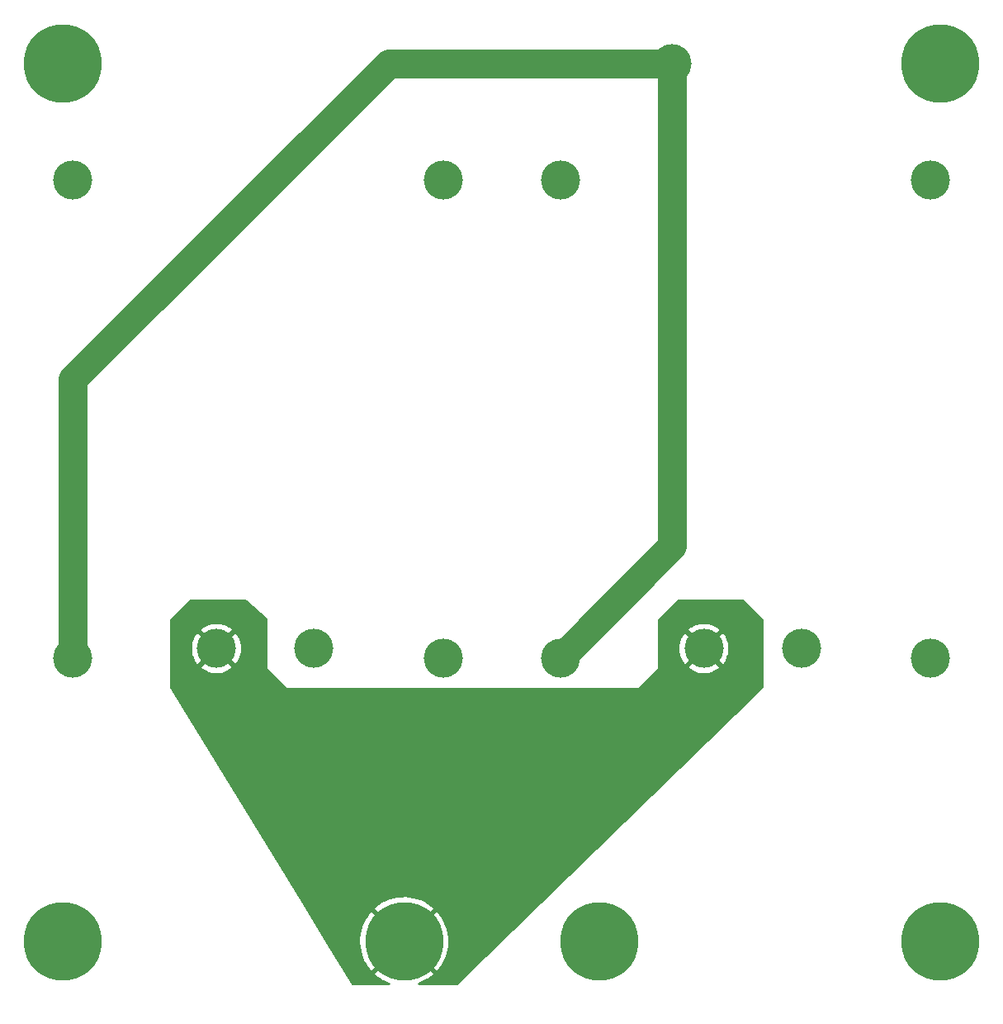
<source format=gbr>
%TF.GenerationSoftware,KiCad,Pcbnew,(6.0.7)*%
%TF.CreationDate,2022-10-27T22:38:12-07:00*%
%TF.ProjectId,3s25ABMS,33733235-4142-44d5-932e-6b696361645f,1.0*%
%TF.SameCoordinates,Original*%
%TF.FileFunction,Copper,L4,Bot*%
%TF.FilePolarity,Positive*%
%FSLAX46Y46*%
G04 Gerber Fmt 4.6, Leading zero omitted, Abs format (unit mm)*
G04 Created by KiCad (PCBNEW (6.0.7)) date 2022-10-27 22:38:12*
%MOMM*%
%LPD*%
G01*
G04 APERTURE LIST*
%TA.AperFunction,ComponentPad*%
%ADD10C,4.000000*%
%TD*%
%TA.AperFunction,ComponentPad*%
%ADD11C,0.900000*%
%TD*%
%TA.AperFunction,ComponentPad*%
%ADD12C,8.000000*%
%TD*%
%TA.AperFunction,ViaPad*%
%ADD13C,4.000000*%
%TD*%
%TA.AperFunction,Conductor*%
%ADD14C,3.000000*%
%TD*%
G04 APERTURE END LIST*
D10*
%TO.P,U2,6,P-*%
%TO.N,Net-(H6-Pad1)*%
X120750000Y-115000000D03*
%TO.P,U2,5,P+*%
%TO.N,Net-(F4-Pad1)*%
X130750000Y-115000000D03*
%TO.P,U2,4,B2*%
%TO.N,B2*%
X144000000Y-67000000D03*
%TO.P,U2,3,B-*%
%TO.N,B-*%
X106000000Y-67000000D03*
%TO.P,U2,2,B1*%
%TO.N,B1*%
X106000000Y-116000000D03*
%TO.P,U2,1,B+*%
%TO.N,B+*%
X144000000Y-116000000D03*
%TD*%
D11*
%TO.P,H1,1,1*%
%TO.N,B+*%
X58000000Y-145000000D03*
X52000000Y-145000000D03*
X57121320Y-142878680D03*
D12*
X55000000Y-145000000D03*
D11*
X55000000Y-142000000D03*
X52878680Y-142878680D03*
X55000000Y-148000000D03*
X57121320Y-147121320D03*
X52878680Y-147121320D03*
%TD*%
%TO.P,H2,1,1*%
%TO.N,Net-(F2-Pad2)*%
X57121320Y-52878680D03*
X55000000Y-52000000D03*
X52878680Y-57121320D03*
X58000000Y-55000000D03*
X52000000Y-55000000D03*
X57121320Y-57121320D03*
X55000000Y-58000000D03*
D12*
X55000000Y-55000000D03*
D11*
X52878680Y-52878680D03*
%TD*%
D12*
%TO.P,H5,1,1*%
%TO.N,Net-(F3-Pad2)*%
X110000000Y-145000000D03*
D11*
X107878680Y-142878680D03*
X107000000Y-145000000D03*
X113000000Y-145000000D03*
X110000000Y-148000000D03*
X107878680Y-147121320D03*
X112121320Y-142878680D03*
X110000000Y-142000000D03*
X112121320Y-147121320D03*
%TD*%
%TO.P,H6,1,1*%
%TO.N,Net-(H6-Pad1)*%
X87878680Y-142878680D03*
D12*
X90000000Y-145000000D03*
D11*
X90000000Y-148000000D03*
X92121320Y-142878680D03*
X90000000Y-142000000D03*
X87878680Y-147121320D03*
X93000000Y-145000000D03*
X87000000Y-145000000D03*
X92121320Y-147121320D03*
%TD*%
%TO.P,H4,1,1*%
%TO.N,B-*%
X142878680Y-142878680D03*
D12*
X145000000Y-145000000D03*
D11*
X145000000Y-142000000D03*
X147121320Y-147121320D03*
X147121320Y-142878680D03*
X145000000Y-148000000D03*
X142000000Y-145000000D03*
X148000000Y-145000000D03*
X142878680Y-147121320D03*
%TD*%
%TO.P,H3,1,1*%
%TO.N,Net-(F1-Pad2)*%
X145000000Y-58000000D03*
X147121320Y-52878680D03*
X142878680Y-57121320D03*
X142000000Y-55000000D03*
D12*
X145000000Y-55000000D03*
D11*
X147121320Y-57121320D03*
X145000000Y-52000000D03*
X142878680Y-52878680D03*
X148000000Y-55000000D03*
%TD*%
D10*
%TO.P,U1,1,B+*%
%TO.N,B+*%
X94000000Y-116000000D03*
%TO.P,U1,2,B1*%
%TO.N,B1*%
X56000000Y-116000000D03*
%TO.P,U1,3,B-*%
%TO.N,B-*%
X56000000Y-67000000D03*
%TO.P,U1,4,B2*%
%TO.N,B2*%
X94000000Y-67000000D03*
%TO.P,U1,5,P+*%
%TO.N,Net-(F3-Pad1)*%
X80750000Y-115000000D03*
%TO.P,U1,6,P-*%
%TO.N,Net-(H6-Pad1)*%
X70750000Y-115000000D03*
%TD*%
D13*
%TO.N,B1*%
X117500000Y-55000000D03*
%TD*%
D14*
%TO.N,B1*%
X56000000Y-87400000D02*
X56000000Y-116000000D01*
X117500000Y-55000000D02*
X88400000Y-55000000D01*
X88400000Y-55000000D02*
X56000000Y-87400000D01*
X117500000Y-104500000D02*
X117500000Y-55000000D01*
X106000000Y-116000000D02*
X117500000Y-104500000D01*
%TD*%
%TA.AperFunction,Conductor*%
%TO.N,Net-(H6-Pad1)*%
G36*
X73819409Y-110020002D02*
G01*
X73836044Y-110032767D01*
X73843014Y-110039103D01*
X75958757Y-111962506D01*
X75995707Y-112023129D01*
X76000000Y-112055738D01*
X76000000Y-117000000D01*
X78000000Y-119000000D01*
X114000000Y-119000000D01*
X116000000Y-117000000D01*
X116000000Y-116945987D01*
X119168721Y-116945987D01*
X119177548Y-116957605D01*
X119400281Y-117119430D01*
X119406961Y-117123670D01*
X119676572Y-117271890D01*
X119683707Y-117275247D01*
X119969770Y-117388508D01*
X119977296Y-117390953D01*
X120275279Y-117467462D01*
X120283050Y-117468945D01*
X120588278Y-117507503D01*
X120596169Y-117508000D01*
X120903831Y-117508000D01*
X120911722Y-117507503D01*
X121216950Y-117468945D01*
X121224721Y-117467462D01*
X121522704Y-117390953D01*
X121530230Y-117388508D01*
X121816293Y-117275247D01*
X121823428Y-117271890D01*
X122093039Y-117123670D01*
X122099719Y-117119430D01*
X122322823Y-116957336D01*
X122331246Y-116946413D01*
X122324342Y-116933552D01*
X120762812Y-115372022D01*
X120748868Y-115364408D01*
X120747035Y-115364539D01*
X120740420Y-115368790D01*
X119175334Y-116933876D01*
X119168721Y-116945987D01*
X116000000Y-116945987D01*
X116000000Y-115003958D01*
X118237290Y-115003958D01*
X118256607Y-115310994D01*
X118257600Y-115318855D01*
X118315246Y-115621046D01*
X118317217Y-115628723D01*
X118412284Y-115921309D01*
X118415199Y-115928672D01*
X118546189Y-116207041D01*
X118550001Y-116213974D01*
X118714851Y-116473736D01*
X118719495Y-116480129D01*
X118794497Y-116570790D01*
X118807014Y-116579245D01*
X118817752Y-116573038D01*
X120377978Y-115012812D01*
X120384356Y-115001132D01*
X121114408Y-115001132D01*
X121114539Y-115002965D01*
X121118790Y-115009580D01*
X122681145Y-116571935D01*
X122694407Y-116579177D01*
X122704512Y-116571988D01*
X122780505Y-116480129D01*
X122785149Y-116473736D01*
X122949999Y-116213974D01*
X122953811Y-116207041D01*
X123084801Y-115928672D01*
X123087716Y-115921309D01*
X123182783Y-115628723D01*
X123184754Y-115621046D01*
X123242400Y-115318855D01*
X123243393Y-115310994D01*
X123262710Y-115003958D01*
X123262710Y-114996042D01*
X123243393Y-114689006D01*
X123242400Y-114681145D01*
X123184754Y-114378954D01*
X123182783Y-114371277D01*
X123087716Y-114078691D01*
X123084801Y-114071328D01*
X122953811Y-113792959D01*
X122949999Y-113786026D01*
X122785149Y-113526264D01*
X122780505Y-113519871D01*
X122705503Y-113429210D01*
X122692986Y-113420755D01*
X122682248Y-113426962D01*
X121122022Y-114987188D01*
X121114408Y-115001132D01*
X120384356Y-115001132D01*
X120385592Y-114998868D01*
X120385461Y-114997035D01*
X120381210Y-114990420D01*
X118818855Y-113428065D01*
X118805593Y-113420823D01*
X118795488Y-113428012D01*
X118719495Y-113519871D01*
X118714851Y-113526264D01*
X118550001Y-113786026D01*
X118546189Y-113792959D01*
X118415199Y-114071328D01*
X118412284Y-114078691D01*
X118317217Y-114371277D01*
X118315246Y-114378954D01*
X118257600Y-114681145D01*
X118256607Y-114689006D01*
X118237290Y-114996042D01*
X118237290Y-115003958D01*
X116000000Y-115003958D01*
X116000000Y-113053587D01*
X119168754Y-113053587D01*
X119175658Y-113066448D01*
X120737188Y-114627978D01*
X120751132Y-114635592D01*
X120752965Y-114635461D01*
X120759580Y-114631210D01*
X122324666Y-113066124D01*
X122331279Y-113054013D01*
X122322452Y-113042395D01*
X122099719Y-112880570D01*
X122093039Y-112876330D01*
X121823428Y-112728110D01*
X121816293Y-112724753D01*
X121530230Y-112611492D01*
X121522704Y-112609047D01*
X121224721Y-112532538D01*
X121216950Y-112531055D01*
X120911722Y-112492497D01*
X120903831Y-112492000D01*
X120596169Y-112492000D01*
X120588278Y-112492497D01*
X120283050Y-112531055D01*
X120275279Y-112532538D01*
X119977296Y-112609047D01*
X119969770Y-112611492D01*
X119683707Y-112724753D01*
X119676572Y-112728110D01*
X119406961Y-112876330D01*
X119400281Y-112880570D01*
X119177177Y-113042664D01*
X119168754Y-113053587D01*
X116000000Y-113053587D01*
X116000000Y-112150400D01*
X116020002Y-112082279D01*
X116034759Y-112063503D01*
X117962759Y-110039103D01*
X118024223Y-110003569D01*
X118054000Y-110000000D01*
X124847810Y-110000000D01*
X124915931Y-110020002D01*
X124936905Y-110036905D01*
X126863095Y-111963095D01*
X126897121Y-112025407D01*
X126900000Y-112052190D01*
X126900000Y-118946750D01*
X126879998Y-119014871D01*
X126861814Y-119037109D01*
X95559937Y-149455861D01*
X95497144Y-149488991D01*
X95472125Y-149491500D01*
X91557210Y-149491500D01*
X91489089Y-149471498D01*
X91442596Y-149417842D01*
X91432492Y-149347568D01*
X91461986Y-149282988D01*
X91517021Y-149246081D01*
X91629233Y-149208318D01*
X91634563Y-149206250D01*
X92003946Y-149043332D01*
X92009053Y-149040797D01*
X92362145Y-148845075D01*
X92367024Y-148842074D01*
X92700898Y-148615174D01*
X92705511Y-148611723D01*
X92991829Y-148376539D01*
X93000290Y-148364106D01*
X92994040Y-148353250D01*
X92647408Y-148006618D01*
X91762111Y-147121320D01*
X91236023Y-146595233D01*
X90012812Y-145372022D01*
X89998868Y-145364408D01*
X89997035Y-145364539D01*
X89990420Y-145368790D01*
X88763978Y-146595232D01*
X87878680Y-147480529D01*
X87352593Y-148006617D01*
X87007723Y-148351487D01*
X87000109Y-148365431D01*
X87000190Y-148366564D01*
X87005168Y-148374136D01*
X87025401Y-148393539D01*
X87029678Y-148397283D01*
X87345218Y-148649175D01*
X87349801Y-148652505D01*
X87686867Y-148874759D01*
X87691763Y-148877677D01*
X88047543Y-149068444D01*
X88052717Y-149070923D01*
X88424339Y-149228668D01*
X88429680Y-149230654D01*
X88476020Y-149245532D01*
X88534766Y-149285400D01*
X88562631Y-149350700D01*
X88550769Y-149420699D01*
X88502945Y-149473172D01*
X88437503Y-149491500D01*
X84758897Y-149491500D01*
X84690776Y-149471498D01*
X84651469Y-149431343D01*
X82030263Y-145154638D01*
X85489964Y-145154638D01*
X85490163Y-145160343D01*
X85522540Y-145562753D01*
X85523258Y-145568430D01*
X85591970Y-145966229D01*
X85593201Y-145971829D01*
X85697689Y-146361786D01*
X85699413Y-146367219D01*
X85838817Y-146746108D01*
X85841025Y-146751362D01*
X86014192Y-147116050D01*
X86016877Y-147121099D01*
X86222390Y-147468606D01*
X86225500Y-147473358D01*
X86461668Y-147800812D01*
X86465208Y-147805278D01*
X86625528Y-147989704D01*
X86638657Y-147998113D01*
X86648570Y-147992220D01*
X86993382Y-147647408D01*
X87878680Y-146762111D01*
X87950260Y-146690531D01*
X88404767Y-146236023D01*
X89627978Y-145012812D01*
X89634356Y-145001132D01*
X90364408Y-145001132D01*
X90364539Y-145002965D01*
X90368790Y-145009580D01*
X91595232Y-146236022D01*
X92049739Y-146690530D01*
X92121319Y-146762110D01*
X93006617Y-147647407D01*
X93350688Y-147991478D01*
X93364134Y-147998820D01*
X93373970Y-147991900D01*
X93573611Y-147755657D01*
X93577097Y-147751130D01*
X93808659Y-147420424D01*
X93811716Y-147415608D01*
X94012350Y-147065281D01*
X94014962Y-147060199D01*
X94183020Y-146693127D01*
X94185159Y-146687834D01*
X94319255Y-146307047D01*
X94320908Y-146301573D01*
X94419939Y-145910206D01*
X94421090Y-145904600D01*
X94484245Y-145505854D01*
X94484880Y-145500192D01*
X94511709Y-145096260D01*
X94511843Y-145092753D01*
X94512796Y-145001773D01*
X94512734Y-144998225D01*
X94494371Y-144593843D01*
X94493855Y-144588165D01*
X94439063Y-144188177D01*
X94438036Y-144182577D01*
X94347216Y-143789198D01*
X94345682Y-143783702D01*
X94219588Y-143400183D01*
X94217558Y-143394841D01*
X94057226Y-143024336D01*
X94054722Y-143019202D01*
X93861471Y-142664752D01*
X93858508Y-142659861D01*
X93633930Y-142324389D01*
X93630537Y-142319787D01*
X93376832Y-142006489D01*
X93363963Y-141999226D01*
X93362596Y-141999305D01*
X93355268Y-142003942D01*
X93006618Y-142352592D01*
X92121320Y-143237889D01*
X91595233Y-143763977D01*
X90372022Y-144987188D01*
X90364408Y-145001132D01*
X89634356Y-145001132D01*
X89635592Y-144998868D01*
X89635461Y-144997035D01*
X89631210Y-144990420D01*
X88404768Y-143763978D01*
X87519471Y-142878680D01*
X86993383Y-142352593D01*
X86650424Y-142009634D01*
X86636480Y-142002020D01*
X86636287Y-142002033D01*
X86627465Y-142008012D01*
X86524743Y-142121298D01*
X86521091Y-142125712D01*
X86278139Y-142448120D01*
X86274906Y-142452843D01*
X86062173Y-142795946D01*
X86059379Y-142800946D01*
X85878624Y-143161905D01*
X85876290Y-143167147D01*
X85728992Y-143543009D01*
X85727149Y-143548422D01*
X85614517Y-143936103D01*
X85613175Y-143941653D01*
X85536142Y-144337952D01*
X85535309Y-144343593D01*
X85494512Y-144745234D01*
X85494192Y-144750958D01*
X85489964Y-145154638D01*
X82030263Y-145154638D01*
X79875341Y-141638713D01*
X87001723Y-141638713D01*
X87001735Y-141639144D01*
X87007102Y-141647892D01*
X87352592Y-141993382D01*
X87809334Y-142450125D01*
X87878679Y-142519470D01*
X88763977Y-143404767D01*
X89987188Y-144627978D01*
X90001132Y-144635592D01*
X90002965Y-144635461D01*
X90009580Y-144631210D01*
X91236022Y-143404768D01*
X92121320Y-142519471D01*
X92190665Y-142450126D01*
X92647407Y-141993383D01*
X92990943Y-141649847D01*
X92998351Y-141636280D01*
X92991609Y-141626624D01*
X92780533Y-141445711D01*
X92776040Y-141442200D01*
X92446969Y-141208341D01*
X92442146Y-141205233D01*
X92093242Y-141002166D01*
X92088177Y-140999519D01*
X91722296Y-140828905D01*
X91717003Y-140826724D01*
X91337166Y-140689973D01*
X91331706Y-140688284D01*
X90941036Y-140586522D01*
X90935446Y-140585334D01*
X90537154Y-140519397D01*
X90531490Y-140518721D01*
X90128851Y-140489153D01*
X90123150Y-140488994D01*
X89719489Y-140496040D01*
X89713801Y-140496398D01*
X89312457Y-140539998D01*
X89306787Y-140540876D01*
X88911058Y-140620669D01*
X88905512Y-140622051D01*
X88518627Y-140737387D01*
X88513223Y-140739269D01*
X88138396Y-140889189D01*
X88133189Y-140891551D01*
X87773475Y-141074834D01*
X87768510Y-141077655D01*
X87426897Y-141292781D01*
X87422202Y-141296044D01*
X87101494Y-141541243D01*
X87097114Y-141544917D01*
X87009910Y-141625106D01*
X87001723Y-141638713D01*
X79875341Y-141638713D01*
X66018572Y-119030302D01*
X66000000Y-118964459D01*
X66000000Y-116945987D01*
X69168721Y-116945987D01*
X69177548Y-116957605D01*
X69400281Y-117119430D01*
X69406961Y-117123670D01*
X69676572Y-117271890D01*
X69683707Y-117275247D01*
X69969770Y-117388508D01*
X69977296Y-117390953D01*
X70275279Y-117467462D01*
X70283050Y-117468945D01*
X70588278Y-117507503D01*
X70596169Y-117508000D01*
X70903831Y-117508000D01*
X70911722Y-117507503D01*
X71216950Y-117468945D01*
X71224721Y-117467462D01*
X71522704Y-117390953D01*
X71530230Y-117388508D01*
X71816293Y-117275247D01*
X71823428Y-117271890D01*
X72093039Y-117123670D01*
X72099719Y-117119430D01*
X72322823Y-116957336D01*
X72331246Y-116946413D01*
X72324342Y-116933552D01*
X70762812Y-115372022D01*
X70748868Y-115364408D01*
X70747035Y-115364539D01*
X70740420Y-115368790D01*
X69175334Y-116933876D01*
X69168721Y-116945987D01*
X66000000Y-116945987D01*
X66000000Y-115003958D01*
X68237290Y-115003958D01*
X68256607Y-115310994D01*
X68257600Y-115318855D01*
X68315246Y-115621046D01*
X68317217Y-115628723D01*
X68412284Y-115921309D01*
X68415199Y-115928672D01*
X68546189Y-116207041D01*
X68550001Y-116213974D01*
X68714851Y-116473736D01*
X68719495Y-116480129D01*
X68794497Y-116570790D01*
X68807014Y-116579245D01*
X68817752Y-116573038D01*
X70377978Y-115012812D01*
X70384356Y-115001132D01*
X71114408Y-115001132D01*
X71114539Y-115002965D01*
X71118790Y-115009580D01*
X72681145Y-116571935D01*
X72694407Y-116579177D01*
X72704512Y-116571988D01*
X72780505Y-116480129D01*
X72785149Y-116473736D01*
X72949999Y-116213974D01*
X72953811Y-116207041D01*
X73084801Y-115928672D01*
X73087716Y-115921309D01*
X73182783Y-115628723D01*
X73184754Y-115621046D01*
X73242400Y-115318855D01*
X73243393Y-115310994D01*
X73262710Y-115003958D01*
X73262710Y-114996042D01*
X73243393Y-114689006D01*
X73242400Y-114681145D01*
X73184754Y-114378954D01*
X73182783Y-114371277D01*
X73087716Y-114078691D01*
X73084801Y-114071328D01*
X72953811Y-113792959D01*
X72949999Y-113786026D01*
X72785149Y-113526264D01*
X72780505Y-113519871D01*
X72705503Y-113429210D01*
X72692986Y-113420755D01*
X72682248Y-113426962D01*
X71122022Y-114987188D01*
X71114408Y-115001132D01*
X70384356Y-115001132D01*
X70385592Y-114998868D01*
X70385461Y-114997035D01*
X70381210Y-114990420D01*
X68818855Y-113428065D01*
X68805593Y-113420823D01*
X68795488Y-113428012D01*
X68719495Y-113519871D01*
X68714851Y-113526264D01*
X68550001Y-113786026D01*
X68546189Y-113792959D01*
X68415199Y-114071328D01*
X68412284Y-114078691D01*
X68317217Y-114371277D01*
X68315246Y-114378954D01*
X68257600Y-114681145D01*
X68256607Y-114689006D01*
X68237290Y-114996042D01*
X68237290Y-115003958D01*
X66000000Y-115003958D01*
X66000000Y-113053587D01*
X69168754Y-113053587D01*
X69175658Y-113066448D01*
X70737188Y-114627978D01*
X70751132Y-114635592D01*
X70752965Y-114635461D01*
X70759580Y-114631210D01*
X72324666Y-113066124D01*
X72331279Y-113054013D01*
X72322452Y-113042395D01*
X72099719Y-112880570D01*
X72093039Y-112876330D01*
X71823428Y-112728110D01*
X71816293Y-112724753D01*
X71530230Y-112611492D01*
X71522704Y-112609047D01*
X71224721Y-112532538D01*
X71216950Y-112531055D01*
X70911722Y-112492497D01*
X70903831Y-112492000D01*
X70596169Y-112492000D01*
X70588278Y-112492497D01*
X70283050Y-112531055D01*
X70275279Y-112532538D01*
X69977296Y-112609047D01*
X69969770Y-112611492D01*
X69683707Y-112724753D01*
X69676572Y-112728110D01*
X69406961Y-112876330D01*
X69400281Y-112880570D01*
X69177177Y-113042664D01*
X69168754Y-113053587D01*
X66000000Y-113053587D01*
X66000000Y-112052190D01*
X66020002Y-111984069D01*
X66036905Y-111963095D01*
X67963095Y-110036905D01*
X68025407Y-110002879D01*
X68052190Y-110000000D01*
X73751288Y-110000000D01*
X73819409Y-110020002D01*
G37*
%TD.AperFunction*%
%TD*%
M02*

</source>
